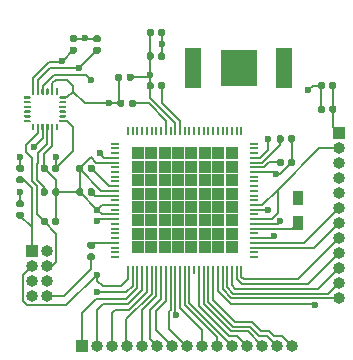
<source format=gtl>
%TF.GenerationSoftware,KiCad,Pcbnew,(5.1.6)-1*%
%TF.CreationDate,2021-01-23T06:31:54-08:00*%
%TF.ProjectId,scum3c-devboard,7363756d-3363-42d6-9465-76626f617264,rev?*%
%TF.SameCoordinates,Original*%
%TF.FileFunction,Copper,L1,Top*%
%TF.FilePolarity,Positive*%
%FSLAX46Y46*%
G04 Gerber Fmt 4.6, Leading zero omitted, Abs format (unit mm)*
G04 Created by KiCad (PCBNEW (5.1.6)-1) date 2021-01-23 06:31:54*
%MOMM*%
%LPD*%
G01*
G04 APERTURE LIST*
%TA.AperFunction,ComponentPad*%
%ADD10O,1.000000X1.000000*%
%TD*%
%TA.AperFunction,ComponentPad*%
%ADD11R,1.000000X1.000000*%
%TD*%
%TA.AperFunction,ComponentPad*%
%ADD12C,0.568750*%
%TD*%
%TA.AperFunction,SMDPad,CuDef*%
%ADD13R,1.137500X1.137500*%
%TD*%
%TA.AperFunction,SMDPad,CuDef*%
%ADD14O,0.200000X0.800000*%
%TD*%
%TA.AperFunction,SMDPad,CuDef*%
%ADD15O,0.800000X0.200000*%
%TD*%
%TA.AperFunction,SMDPad,CuDef*%
%ADD16R,0.900000X1.200000*%
%TD*%
%TA.AperFunction,SMDPad,CuDef*%
%ADD17R,1.350000X3.500000*%
%TD*%
%TA.AperFunction,SMDPad,CuDef*%
%ADD18R,3.170000X3.170000*%
%TD*%
%TA.AperFunction,ViaPad*%
%ADD19C,0.600000*%
%TD*%
%TA.AperFunction,Conductor*%
%ADD20C,0.200000*%
%TD*%
G04 APERTURE END LIST*
%TO.P,C25,1*%
%TO.N,Net-(C25-Pad1)*%
%TA.AperFunction,SMDPad,CuDef*%
G36*
G01*
X90235000Y-92672500D02*
X90235000Y-92327500D01*
G75*
G02*
X90382500Y-92180000I147500J0D01*
G01*
X90677500Y-92180000D01*
G75*
G02*
X90825000Y-92327500I0J-147500D01*
G01*
X90825000Y-92672500D01*
G75*
G02*
X90677500Y-92820000I-147500J0D01*
G01*
X90382500Y-92820000D01*
G75*
G02*
X90235000Y-92672500I0J147500D01*
G01*
G37*
%TD.AperFunction*%
%TO.P,C25,2*%
%TO.N,GND*%
%TA.AperFunction,SMDPad,CuDef*%
G36*
G01*
X91205000Y-92672500D02*
X91205000Y-92327500D01*
G75*
G02*
X91352500Y-92180000I147500J0D01*
G01*
X91647500Y-92180000D01*
G75*
G02*
X91795000Y-92327500I0J-147500D01*
G01*
X91795000Y-92672500D01*
G75*
G02*
X91647500Y-92820000I-147500J0D01*
G01*
X91352500Y-92820000D01*
G75*
G02*
X91205000Y-92672500I0J147500D01*
G01*
G37*
%TD.AperFunction*%
%TD*%
%TO.P,C26,1*%
%TO.N,/IMU_VDD*%
%TA.AperFunction,SMDPad,CuDef*%
G36*
G01*
X91795000Y-90327500D02*
X91795000Y-90672500D01*
G75*
G02*
X91647500Y-90820000I-147500J0D01*
G01*
X91352500Y-90820000D01*
G75*
G02*
X91205000Y-90672500I0J147500D01*
G01*
X91205000Y-90327500D01*
G75*
G02*
X91352500Y-90180000I147500J0D01*
G01*
X91647500Y-90180000D01*
G75*
G02*
X91795000Y-90327500I0J-147500D01*
G01*
G37*
%TD.AperFunction*%
%TO.P,C26,2*%
%TO.N,GND*%
%TA.AperFunction,SMDPad,CuDef*%
G36*
G01*
X90825000Y-90327500D02*
X90825000Y-90672500D01*
G75*
G02*
X90677500Y-90820000I-147500J0D01*
G01*
X90382500Y-90820000D01*
G75*
G02*
X90235000Y-90672500I0J147500D01*
G01*
X90235000Y-90327500D01*
G75*
G02*
X90382500Y-90180000I147500J0D01*
G01*
X90677500Y-90180000D01*
G75*
G02*
X90825000Y-90327500I0J-147500D01*
G01*
G37*
%TD.AperFunction*%
%TD*%
%TO.P,U9AB1,24*%
%TO.N,/GPIO13*%
%TA.AperFunction,SMDPad,CuDef*%
G36*
G01*
X89650000Y-84275000D02*
X89550000Y-84275000D01*
G75*
G02*
X89500000Y-84225000I0J50000D01*
G01*
X89500000Y-83775000D01*
G75*
G02*
X89550000Y-83725000I50000J0D01*
G01*
X89650000Y-83725000D01*
G75*
G02*
X89700000Y-83775000I0J-50000D01*
G01*
X89700000Y-84225000D01*
G75*
G02*
X89650000Y-84275000I-50000J0D01*
G01*
G37*
%TD.AperFunction*%
%TO.P,U9AB1,23*%
%TO.N,/GPIO14*%
%TA.AperFunction,SMDPad,CuDef*%
G36*
G01*
X90050000Y-84275000D02*
X89950000Y-84275000D01*
G75*
G02*
X89900000Y-84225000I0J50000D01*
G01*
X89900000Y-83775000D01*
G75*
G02*
X89950000Y-83725000I50000J0D01*
G01*
X90050000Y-83725000D01*
G75*
G02*
X90100000Y-83775000I0J-50000D01*
G01*
X90100000Y-84225000D01*
G75*
G02*
X90050000Y-84275000I-50000J0D01*
G01*
G37*
%TD.AperFunction*%
%TO.P,U9AB1,22*%
%TO.N,/GPIO15*%
%TA.AperFunction,SMDPad,CuDef*%
G36*
G01*
X90450000Y-84275000D02*
X90350000Y-84275000D01*
G75*
G02*
X90300000Y-84225000I0J50000D01*
G01*
X90300000Y-83775000D01*
G75*
G02*
X90350000Y-83725000I50000J0D01*
G01*
X90450000Y-83725000D01*
G75*
G02*
X90500000Y-83775000I0J-50000D01*
G01*
X90500000Y-84225000D01*
G75*
G02*
X90450000Y-84275000I-50000J0D01*
G01*
G37*
%TD.AperFunction*%
%TO.P,U9AB1,21*%
%TO.N,N/C*%
%TA.AperFunction,SMDPad,CuDef*%
G36*
G01*
X90850000Y-84275000D02*
X90750000Y-84275000D01*
G75*
G02*
X90700000Y-84225000I0J50000D01*
G01*
X90700000Y-83775000D01*
G75*
G02*
X90750000Y-83725000I50000J0D01*
G01*
X90850000Y-83725000D01*
G75*
G02*
X90900000Y-83775000I0J-50000D01*
G01*
X90900000Y-84225000D01*
G75*
G02*
X90850000Y-84275000I-50000J0D01*
G01*
G37*
%TD.AperFunction*%
%TO.P,U9AB1,20*%
%TO.N,GND*%
%TA.AperFunction,SMDPad,CuDef*%
G36*
G01*
X91250000Y-84275000D02*
X91150000Y-84275000D01*
G75*
G02*
X91100000Y-84225000I0J50000D01*
G01*
X91100000Y-83775000D01*
G75*
G02*
X91150000Y-83725000I50000J0D01*
G01*
X91250000Y-83725000D01*
G75*
G02*
X91300000Y-83775000I0J-50000D01*
G01*
X91300000Y-84225000D01*
G75*
G02*
X91250000Y-84275000I-50000J0D01*
G01*
G37*
%TD.AperFunction*%
%TO.P,U9AB1,19*%
%TO.N,N/C*%
%TA.AperFunction,SMDPad,CuDef*%
G36*
G01*
X91650000Y-84275000D02*
X91550000Y-84275000D01*
G75*
G02*
X91500000Y-84225000I0J50000D01*
G01*
X91500000Y-83775000D01*
G75*
G02*
X91550000Y-83725000I50000J0D01*
G01*
X91650000Y-83725000D01*
G75*
G02*
X91700000Y-83775000I0J-50000D01*
G01*
X91700000Y-84225000D01*
G75*
G02*
X91650000Y-84275000I-50000J0D01*
G01*
G37*
%TD.AperFunction*%
%TO.P,U9AB1,18*%
%TO.N,GND*%
%TA.AperFunction,SMDPad,CuDef*%
G36*
G01*
X91825000Y-84550000D02*
X91825000Y-84450000D01*
G75*
G02*
X91875000Y-84400000I50000J0D01*
G01*
X92325000Y-84400000D01*
G75*
G02*
X92375000Y-84450000I0J-50000D01*
G01*
X92375000Y-84550000D01*
G75*
G02*
X92325000Y-84600000I-50000J0D01*
G01*
X91875000Y-84600000D01*
G75*
G02*
X91825000Y-84550000I0J50000D01*
G01*
G37*
%TD.AperFunction*%
%TO.P,U9AB1,17*%
%TO.N,N/C*%
%TA.AperFunction,SMDPad,CuDef*%
G36*
G01*
X91825000Y-84950000D02*
X91825000Y-84850000D01*
G75*
G02*
X91875000Y-84800000I50000J0D01*
G01*
X92325000Y-84800000D01*
G75*
G02*
X92375000Y-84850000I0J-50000D01*
G01*
X92375000Y-84950000D01*
G75*
G02*
X92325000Y-85000000I-50000J0D01*
G01*
X91875000Y-85000000D01*
G75*
G02*
X91825000Y-84950000I0J50000D01*
G01*
G37*
%TD.AperFunction*%
%TO.P,U9AB1,16*%
%TA.AperFunction,SMDPad,CuDef*%
G36*
G01*
X91825000Y-85350000D02*
X91825000Y-85250000D01*
G75*
G02*
X91875000Y-85200000I50000J0D01*
G01*
X92325000Y-85200000D01*
G75*
G02*
X92375000Y-85250000I0J-50000D01*
G01*
X92375000Y-85350000D01*
G75*
G02*
X92325000Y-85400000I-50000J0D01*
G01*
X91875000Y-85400000D01*
G75*
G02*
X91825000Y-85350000I0J50000D01*
G01*
G37*
%TD.AperFunction*%
%TO.P,U9AB1,15*%
%TA.AperFunction,SMDPad,CuDef*%
G36*
G01*
X91825000Y-85750000D02*
X91825000Y-85650000D01*
G75*
G02*
X91875000Y-85600000I50000J0D01*
G01*
X92325000Y-85600000D01*
G75*
G02*
X92375000Y-85650000I0J-50000D01*
G01*
X92375000Y-85750000D01*
G75*
G02*
X92325000Y-85800000I-50000J0D01*
G01*
X91875000Y-85800000D01*
G75*
G02*
X91825000Y-85750000I0J50000D01*
G01*
G37*
%TD.AperFunction*%
%TO.P,U9AB1,14*%
%TA.AperFunction,SMDPad,CuDef*%
G36*
G01*
X91825000Y-86150000D02*
X91825000Y-86050000D01*
G75*
G02*
X91875000Y-86000000I50000J0D01*
G01*
X92325000Y-86000000D01*
G75*
G02*
X92375000Y-86050000I0J-50000D01*
G01*
X92375000Y-86150000D01*
G75*
G02*
X92325000Y-86200000I-50000J0D01*
G01*
X91875000Y-86200000D01*
G75*
G02*
X91825000Y-86150000I0J50000D01*
G01*
G37*
%TD.AperFunction*%
%TO.P,U9AB1,13*%
%TO.N,/IMU_VDD*%
%TA.AperFunction,SMDPad,CuDef*%
G36*
G01*
X91825000Y-86550000D02*
X91825000Y-86450000D01*
G75*
G02*
X91875000Y-86400000I50000J0D01*
G01*
X92325000Y-86400000D01*
G75*
G02*
X92375000Y-86450000I0J-50000D01*
G01*
X92375000Y-86550000D01*
G75*
G02*
X92325000Y-86600000I-50000J0D01*
G01*
X91875000Y-86600000D01*
G75*
G02*
X91825000Y-86550000I0J50000D01*
G01*
G37*
%TD.AperFunction*%
%TO.P,U9AB1,12*%
%TO.N,N/C*%
%TA.AperFunction,SMDPad,CuDef*%
G36*
G01*
X91650000Y-87275000D02*
X91550000Y-87275000D01*
G75*
G02*
X91500000Y-87225000I0J50000D01*
G01*
X91500000Y-86775000D01*
G75*
G02*
X91550000Y-86725000I50000J0D01*
G01*
X91650000Y-86725000D01*
G75*
G02*
X91700000Y-86775000I0J-50000D01*
G01*
X91700000Y-87225000D01*
G75*
G02*
X91650000Y-87275000I-50000J0D01*
G01*
G37*
%TD.AperFunction*%
%TO.P,U9AB1,11*%
%TO.N,GND*%
%TA.AperFunction,SMDPad,CuDef*%
G36*
G01*
X91250000Y-87275000D02*
X91150000Y-87275000D01*
G75*
G02*
X91100000Y-87225000I0J50000D01*
G01*
X91100000Y-86775000D01*
G75*
G02*
X91150000Y-86725000I50000J0D01*
G01*
X91250000Y-86725000D01*
G75*
G02*
X91300000Y-86775000I0J-50000D01*
G01*
X91300000Y-87225000D01*
G75*
G02*
X91250000Y-87275000I-50000J0D01*
G01*
G37*
%TD.AperFunction*%
%TO.P,U9AB1,10*%
%TO.N,Net-(C25-Pad1)*%
%TA.AperFunction,SMDPad,CuDef*%
G36*
G01*
X90850000Y-87275000D02*
X90750000Y-87275000D01*
G75*
G02*
X90700000Y-87225000I0J50000D01*
G01*
X90700000Y-86775000D01*
G75*
G02*
X90750000Y-86725000I50000J0D01*
G01*
X90850000Y-86725000D01*
G75*
G02*
X90900000Y-86775000I0J-50000D01*
G01*
X90900000Y-87225000D01*
G75*
G02*
X90850000Y-87275000I-50000J0D01*
G01*
G37*
%TD.AperFunction*%
%TO.P,U9AB1,9*%
%TO.N,/GPIO12*%
%TA.AperFunction,SMDPad,CuDef*%
G36*
G01*
X90450000Y-87275000D02*
X90350000Y-87275000D01*
G75*
G02*
X90300000Y-87225000I0J50000D01*
G01*
X90300000Y-86775000D01*
G75*
G02*
X90350000Y-86725000I50000J0D01*
G01*
X90450000Y-86725000D01*
G75*
G02*
X90500000Y-86775000I0J-50000D01*
G01*
X90500000Y-87225000D01*
G75*
G02*
X90450000Y-87275000I-50000J0D01*
G01*
G37*
%TD.AperFunction*%
%TO.P,U9AB1,8*%
%TO.N,/IMU_VDDIO*%
%TA.AperFunction,SMDPad,CuDef*%
G36*
G01*
X90050000Y-87275000D02*
X89950000Y-87275000D01*
G75*
G02*
X89900000Y-87225000I0J50000D01*
G01*
X89900000Y-86775000D01*
G75*
G02*
X89950000Y-86725000I50000J0D01*
G01*
X90050000Y-86725000D01*
G75*
G02*
X90100000Y-86775000I0J-50000D01*
G01*
X90100000Y-87225000D01*
G75*
G02*
X90050000Y-87275000I-50000J0D01*
G01*
G37*
%TD.AperFunction*%
%TO.P,U9AB1,7*%
%TO.N,N/C*%
%TA.AperFunction,SMDPad,CuDef*%
G36*
G01*
X89650000Y-87275000D02*
X89550000Y-87275000D01*
G75*
G02*
X89500000Y-87225000I0J50000D01*
G01*
X89500000Y-86775000D01*
G75*
G02*
X89550000Y-86725000I50000J0D01*
G01*
X89650000Y-86725000D01*
G75*
G02*
X89700000Y-86775000I0J-50000D01*
G01*
X89700000Y-87225000D01*
G75*
G02*
X89650000Y-87275000I-50000J0D01*
G01*
G37*
%TD.AperFunction*%
%TO.P,U9AB1,6*%
%TA.AperFunction,SMDPad,CuDef*%
G36*
G01*
X88825000Y-86550000D02*
X88825000Y-86450000D01*
G75*
G02*
X88875000Y-86400000I50000J0D01*
G01*
X89325000Y-86400000D01*
G75*
G02*
X89375000Y-86450000I0J-50000D01*
G01*
X89375000Y-86550000D01*
G75*
G02*
X89325000Y-86600000I-50000J0D01*
G01*
X88875000Y-86600000D01*
G75*
G02*
X88825000Y-86550000I0J50000D01*
G01*
G37*
%TD.AperFunction*%
%TO.P,U9AB1,5*%
%TA.AperFunction,SMDPad,CuDef*%
G36*
G01*
X88825000Y-86150000D02*
X88825000Y-86050000D01*
G75*
G02*
X88875000Y-86000000I50000J0D01*
G01*
X89325000Y-86000000D01*
G75*
G02*
X89375000Y-86050000I0J-50000D01*
G01*
X89375000Y-86150000D01*
G75*
G02*
X89325000Y-86200000I-50000J0D01*
G01*
X88875000Y-86200000D01*
G75*
G02*
X88825000Y-86150000I0J50000D01*
G01*
G37*
%TD.AperFunction*%
%TO.P,U9AB1,4*%
%TA.AperFunction,SMDPad,CuDef*%
G36*
G01*
X88825000Y-85750000D02*
X88825000Y-85650000D01*
G75*
G02*
X88875000Y-85600000I50000J0D01*
G01*
X89325000Y-85600000D01*
G75*
G02*
X89375000Y-85650000I0J-50000D01*
G01*
X89375000Y-85750000D01*
G75*
G02*
X89325000Y-85800000I-50000J0D01*
G01*
X88875000Y-85800000D01*
G75*
G02*
X88825000Y-85750000I0J50000D01*
G01*
G37*
%TD.AperFunction*%
%TO.P,U9AB1,3*%
%TA.AperFunction,SMDPad,CuDef*%
G36*
G01*
X88825000Y-85350000D02*
X88825000Y-85250000D01*
G75*
G02*
X88875000Y-85200000I50000J0D01*
G01*
X89325000Y-85200000D01*
G75*
G02*
X89375000Y-85250000I0J-50000D01*
G01*
X89375000Y-85350000D01*
G75*
G02*
X89325000Y-85400000I-50000J0D01*
G01*
X88875000Y-85400000D01*
G75*
G02*
X88825000Y-85350000I0J50000D01*
G01*
G37*
%TD.AperFunction*%
%TO.P,U9AB1,2*%
%TA.AperFunction,SMDPad,CuDef*%
G36*
G01*
X88825000Y-84950000D02*
X88825000Y-84850000D01*
G75*
G02*
X88875000Y-84800000I50000J0D01*
G01*
X89325000Y-84800000D01*
G75*
G02*
X89375000Y-84850000I0J-50000D01*
G01*
X89375000Y-84950000D01*
G75*
G02*
X89325000Y-85000000I-50000J0D01*
G01*
X88875000Y-85000000D01*
G75*
G02*
X88825000Y-84950000I0J50000D01*
G01*
G37*
%TD.AperFunction*%
%TO.P,U9AB1,1*%
%TA.AperFunction,SMDPad,CuDef*%
G36*
G01*
X88825000Y-84550000D02*
X88825000Y-84450000D01*
G75*
G02*
X88875000Y-84400000I50000J0D01*
G01*
X89325000Y-84400000D01*
G75*
G02*
X89375000Y-84450000I0J-50000D01*
G01*
X89375000Y-84550000D01*
G75*
G02*
X89325000Y-84600000I-50000J0D01*
G01*
X88875000Y-84600000D01*
G75*
G02*
X88825000Y-84550000I0J50000D01*
G01*
G37*
%TD.AperFunction*%
%TD*%
D10*
%TO.P,J2,8*%
%TO.N,GND*%
X90770000Y-101310000D03*
%TO.P,J2,7*%
X89500000Y-101310000D03*
%TO.P,J2,6*%
%TO.N,/IMU*%
X90770000Y-100040000D03*
%TO.P,J2,5*%
%TO.N,GND*%
X89500000Y-100040000D03*
%TO.P,J2,4*%
%TO.N,/IMU_VDDIO*%
X90770000Y-98770000D03*
%TO.P,J2,3*%
%TO.N,+VBAT*%
X89500000Y-98770000D03*
%TO.P,J2,2*%
%TO.N,/IMU_VDD*%
X90770000Y-97500000D03*
D11*
%TO.P,J2,1*%
%TO.N,+VDDIO*%
X89500000Y-97500000D03*
%TD*%
D10*
%TO.P,JA1,15*%
%TO.N,/GPIO15*%
X111510000Y-105500000D03*
%TO.P,JA1,14*%
%TO.N,/GPIO14*%
X110240000Y-105500000D03*
%TO.P,JA1,13*%
%TO.N,/GPIO13*%
X108970000Y-105500000D03*
%TO.P,JA1,12*%
%TO.N,/GPIO12*%
X107700000Y-105500000D03*
%TO.P,JA1,11*%
%TO.N,/GPIO10*%
X106430000Y-105500000D03*
%TO.P,JA1,10*%
%TO.N,/GPIO9*%
X105160000Y-105500000D03*
%TO.P,JA1,9*%
%TO.N,/GPIO8*%
X103890000Y-105500000D03*
%TO.P,JA1,8*%
%TO.N,/GPIO7*%
X102620000Y-105500000D03*
%TO.P,JA1,7*%
%TO.N,/GPIO6*%
X101350000Y-105500000D03*
%TO.P,JA1,6*%
%TO.N,/GPIO5*%
X100080000Y-105500000D03*
%TO.P,JA1,5*%
%TO.N,/GPIO4*%
X98810000Y-105500000D03*
%TO.P,JA1,4*%
%TO.N,/GPIO3*%
X97540000Y-105500000D03*
%TO.P,JA1,3*%
%TO.N,/GPIO2*%
X96270000Y-105500000D03*
%TO.P,JA1,2*%
%TO.N,/GPIO1*%
X95000000Y-105500000D03*
D11*
%TO.P,JA1,1*%
%TO.N,/GPIO0*%
X93730000Y-105500000D03*
%TD*%
%TO.P,C27,1*%
%TO.N,/IMU_VDDIO*%
%TA.AperFunction,SMDPad,CuDef*%
G36*
G01*
X90235000Y-95172500D02*
X90235000Y-94827500D01*
G75*
G02*
X90382500Y-94680000I147500J0D01*
G01*
X90677500Y-94680000D01*
G75*
G02*
X90825000Y-94827500I0J-147500D01*
G01*
X90825000Y-95172500D01*
G75*
G02*
X90677500Y-95320000I-147500J0D01*
G01*
X90382500Y-95320000D01*
G75*
G02*
X90235000Y-95172500I0J147500D01*
G01*
G37*
%TD.AperFunction*%
%TO.P,C27,2*%
%TO.N,GND*%
%TA.AperFunction,SMDPad,CuDef*%
G36*
G01*
X91205000Y-95172500D02*
X91205000Y-94827500D01*
G75*
G02*
X91352500Y-94680000I147500J0D01*
G01*
X91647500Y-94680000D01*
G75*
G02*
X91795000Y-94827500I0J-147500D01*
G01*
X91795000Y-95172500D01*
G75*
G02*
X91647500Y-95320000I-147500J0D01*
G01*
X91352500Y-95320000D01*
G75*
G02*
X91205000Y-95172500I0J147500D01*
G01*
G37*
%TD.AperFunction*%
%TD*%
%TO.P,R2,2*%
%TO.N,/GPIO14*%
%TA.AperFunction,SMDPad,CuDef*%
G36*
G01*
X94827500Y-80190000D02*
X95172500Y-80190000D01*
G75*
G02*
X95320000Y-80337500I0J-147500D01*
G01*
X95320000Y-80632500D01*
G75*
G02*
X95172500Y-80780000I-147500J0D01*
G01*
X94827500Y-80780000D01*
G75*
G02*
X94680000Y-80632500I0J147500D01*
G01*
X94680000Y-80337500D01*
G75*
G02*
X94827500Y-80190000I147500J0D01*
G01*
G37*
%TD.AperFunction*%
%TO.P,R2,1*%
%TO.N,/IMU*%
%TA.AperFunction,SMDPad,CuDef*%
G36*
G01*
X94827500Y-79220000D02*
X95172500Y-79220000D01*
G75*
G02*
X95320000Y-79367500I0J-147500D01*
G01*
X95320000Y-79662500D01*
G75*
G02*
X95172500Y-79810000I-147500J0D01*
G01*
X94827500Y-79810000D01*
G75*
G02*
X94680000Y-79662500I0J147500D01*
G01*
X94680000Y-79367500D01*
G75*
G02*
X94827500Y-79220000I147500J0D01*
G01*
G37*
%TD.AperFunction*%
%TD*%
%TO.P,R1,2*%
%TO.N,/IMU*%
%TA.AperFunction,SMDPad,CuDef*%
G36*
G01*
X93172500Y-79810000D02*
X92827500Y-79810000D01*
G75*
G02*
X92680000Y-79662500I0J147500D01*
G01*
X92680000Y-79367500D01*
G75*
G02*
X92827500Y-79220000I147500J0D01*
G01*
X93172500Y-79220000D01*
G75*
G02*
X93320000Y-79367500I0J-147500D01*
G01*
X93320000Y-79662500D01*
G75*
G02*
X93172500Y-79810000I-147500J0D01*
G01*
G37*
%TD.AperFunction*%
%TO.P,R1,1*%
%TO.N,/GPIO13*%
%TA.AperFunction,SMDPad,CuDef*%
G36*
G01*
X93172500Y-80780000D02*
X92827500Y-80780000D01*
G75*
G02*
X92680000Y-80632500I0J147500D01*
G01*
X92680000Y-80337500D01*
G75*
G02*
X92827500Y-80190000I147500J0D01*
G01*
X93172500Y-80190000D01*
G75*
G02*
X93320000Y-80337500I0J-147500D01*
G01*
X93320000Y-80632500D01*
G75*
G02*
X93172500Y-80780000I-147500J0D01*
G01*
G37*
%TD.AperFunction*%
%TD*%
D10*
%TO.P,JB1,12*%
%TO.N,/RsTx*%
X115500000Y-101470000D03*
%TO.P,JB1,11*%
%TO.N,/RsRx*%
X115500000Y-100200000D03*
%TO.P,JB1,10*%
%TO.N,/3WB_CLK*%
X115500000Y-98930000D03*
%TO.P,JB1,9*%
%TO.N,/3WB_ENB*%
X115500000Y-97660000D03*
%TO.P,JB1,8*%
%TO.N,/3WB_DATA*%
X115500000Y-96390000D03*
%TO.P,JB1,7*%
%TO.N,/SENSOR_LDO_OUTPUT*%
X115500000Y-95120000D03*
%TO.P,JB1,6*%
%TO.N,/SENSOR_EXT_IN*%
X115500000Y-93850000D03*
%TO.P,JB1,5*%
%TO.N,/BOOT_SOURCE_SEL*%
X115500000Y-92580000D03*
%TO.P,JB1,4*%
%TO.N,+VDDD*%
X115500000Y-91310000D03*
%TO.P,JB1,3*%
%TO.N,+VDDIO*%
X115500000Y-90040000D03*
%TO.P,JB1,2*%
%TO.N,+VBAT*%
X115500000Y-88770000D03*
D11*
%TO.P,JB1,1*%
%TO.N,GND*%
X115500000Y-87500000D03*
%TD*%
%TO.P,R13,2*%
%TO.N,GND*%
%TA.AperFunction,SMDPad,CuDef*%
G36*
G01*
X111190000Y-88172500D02*
X111190000Y-87827500D01*
G75*
G02*
X111337500Y-87680000I147500J0D01*
G01*
X111632500Y-87680000D01*
G75*
G02*
X111780000Y-87827500I0J-147500D01*
G01*
X111780000Y-88172500D01*
G75*
G02*
X111632500Y-88320000I-147500J0D01*
G01*
X111337500Y-88320000D01*
G75*
G02*
X111190000Y-88172500I0J147500D01*
G01*
G37*
%TD.AperFunction*%
%TO.P,R13,1*%
%TO.N,Net-(R13-Pad1)*%
%TA.AperFunction,SMDPad,CuDef*%
G36*
G01*
X110220000Y-88172500D02*
X110220000Y-87827500D01*
G75*
G02*
X110367500Y-87680000I147500J0D01*
G01*
X110662500Y-87680000D01*
G75*
G02*
X110810000Y-87827500I0J-147500D01*
G01*
X110810000Y-88172500D01*
G75*
G02*
X110662500Y-88320000I-147500J0D01*
G01*
X110367500Y-88320000D01*
G75*
G02*
X110220000Y-88172500I0J147500D01*
G01*
G37*
%TD.AperFunction*%
%TD*%
%TO.P,C24,1*%
%TO.N,+VDDAO*%
%TA.AperFunction,SMDPad,CuDef*%
G36*
G01*
X98295000Y-84827500D02*
X98295000Y-85172500D01*
G75*
G02*
X98147500Y-85320000I-147500J0D01*
G01*
X97852500Y-85320000D01*
G75*
G02*
X97705000Y-85172500I0J147500D01*
G01*
X97705000Y-84827500D01*
G75*
G02*
X97852500Y-84680000I147500J0D01*
G01*
X98147500Y-84680000D01*
G75*
G02*
X98295000Y-84827500I0J-147500D01*
G01*
G37*
%TD.AperFunction*%
%TO.P,C24,2*%
%TO.N,GND*%
%TA.AperFunction,SMDPad,CuDef*%
G36*
G01*
X97325000Y-84827500D02*
X97325000Y-85172500D01*
G75*
G02*
X97177500Y-85320000I-147500J0D01*
G01*
X96882500Y-85320000D01*
G75*
G02*
X96735000Y-85172500I0J147500D01*
G01*
X96735000Y-84827500D01*
G75*
G02*
X96882500Y-84680000I147500J0D01*
G01*
X97177500Y-84680000D01*
G75*
G02*
X97325000Y-84827500I0J-147500D01*
G01*
G37*
%TD.AperFunction*%
%TD*%
D12*
%TO.P,U8,101*%
%TO.N,GND*%
X106412500Y-97187500D03*
X106412500Y-96050000D03*
X106412500Y-94912500D03*
X106412500Y-93775000D03*
X106412500Y-92637500D03*
X106412500Y-91500000D03*
X106412500Y-90362500D03*
X106412500Y-89225000D03*
X105275000Y-97187500D03*
X105275000Y-96050000D03*
X105275000Y-94912500D03*
X105275000Y-93775000D03*
X105275000Y-92637500D03*
X105275000Y-91500000D03*
X105275000Y-90362500D03*
X105275000Y-89225000D03*
X104137500Y-97187500D03*
X104137500Y-96050000D03*
X104137500Y-94912500D03*
X104137500Y-93775000D03*
X104137500Y-92637500D03*
X104137500Y-91500000D03*
X104137500Y-90362500D03*
X104137500Y-89225000D03*
X103000000Y-97187500D03*
X103000000Y-96050000D03*
X103000000Y-94912500D03*
X103000000Y-93775000D03*
X103000000Y-92637500D03*
X103000000Y-91500000D03*
X103000000Y-90362500D03*
X103000000Y-89225000D03*
X101862500Y-97187500D03*
X101862500Y-96050000D03*
X101862500Y-94912500D03*
X101862500Y-93775000D03*
X101862500Y-92637500D03*
X101862500Y-91500000D03*
X101862500Y-90362500D03*
X101862500Y-89225000D03*
X100725000Y-97187500D03*
X100725000Y-96050000D03*
X100725000Y-94912500D03*
X100725000Y-93775000D03*
X100725000Y-92637500D03*
X100725000Y-91500000D03*
X100725000Y-90362500D03*
X100725000Y-89225000D03*
X99587500Y-97187500D03*
X99587500Y-96050000D03*
X99587500Y-94912500D03*
X99587500Y-93775000D03*
X99587500Y-92637500D03*
X99587500Y-91500000D03*
X99587500Y-90362500D03*
X99587500Y-89225000D03*
X98450000Y-97187500D03*
X98450000Y-96050000D03*
X98450000Y-94912500D03*
X98450000Y-93775000D03*
X98450000Y-92637500D03*
X98450000Y-91500000D03*
X98450000Y-90362500D03*
X98450000Y-89225000D03*
D13*
X106412500Y-97187500D03*
X106412500Y-96050000D03*
X106412500Y-94912500D03*
X106412500Y-93775000D03*
X106412500Y-92637500D03*
X106412500Y-91500000D03*
X106412500Y-90362500D03*
X106412500Y-89225000D03*
X105275000Y-97187500D03*
X105275000Y-96050000D03*
X105275000Y-94912500D03*
X105275000Y-93775000D03*
X105275000Y-92637500D03*
X105275000Y-91500000D03*
X105275000Y-90362500D03*
X105275000Y-89225000D03*
X104137500Y-97187500D03*
X104137500Y-96050000D03*
X104137500Y-94912500D03*
X104137500Y-93775000D03*
X104137500Y-92637500D03*
X104137500Y-91500000D03*
X104137500Y-90362500D03*
X104137500Y-89225000D03*
X103000000Y-97187500D03*
X103000000Y-96050000D03*
X103000000Y-94912500D03*
X103000000Y-93775000D03*
X103000000Y-92637500D03*
X103000000Y-91500000D03*
X103000000Y-90362500D03*
X103000000Y-89225000D03*
X101862500Y-97187500D03*
X101862500Y-96050000D03*
X101862500Y-94912500D03*
X101862500Y-93775000D03*
X101862500Y-92637500D03*
X101862500Y-91500000D03*
X101862500Y-90362500D03*
X101862500Y-89225000D03*
X100725000Y-97187500D03*
X100725000Y-96050000D03*
X100725000Y-94912500D03*
X100725000Y-93775000D03*
X100725000Y-92637500D03*
X100725000Y-91500000D03*
X100725000Y-90362500D03*
X100725000Y-89225000D03*
X99587500Y-97187500D03*
X99587500Y-96050000D03*
X99587500Y-94912500D03*
X99587500Y-93775000D03*
X99587500Y-92637500D03*
X99587500Y-91500000D03*
X99587500Y-90362500D03*
X99587500Y-89225000D03*
X98450000Y-97187500D03*
X98450000Y-96050000D03*
X98450000Y-94912500D03*
X98450000Y-93775000D03*
X98450000Y-92637500D03*
X98450000Y-91500000D03*
X98450000Y-90362500D03*
X98450000Y-89225000D03*
D14*
%TO.P,U8,100*%
%TO.N,N/C*%
X97631250Y-87306250D03*
%TO.P,U8,99*%
X98031250Y-87306250D03*
%TO.P,U8,98*%
X98431250Y-87306250D03*
%TO.P,U8,97*%
X98831250Y-87306250D03*
%TO.P,U8,96*%
X99231250Y-87306250D03*
%TO.P,U8,95*%
X99631250Y-87306250D03*
%TO.P,U8,94*%
X100031250Y-87306250D03*
%TO.P,U8,93*%
X100431250Y-87306250D03*
%TO.P,U8,92*%
%TO.N,+VDDAO*%
X100831250Y-87306250D03*
%TO.P,U8,91*%
%TO.N,N/C*%
X101231250Y-87306250D03*
%TO.P,U8,90*%
%TO.N,+VDDD*%
X101631250Y-87306250D03*
%TO.P,U8,89*%
%TO.N,Net-(R12-Pad2)*%
X102031250Y-87306250D03*
%TO.P,U8,88*%
%TO.N,N/C*%
X102431250Y-87306250D03*
%TO.P,U8,87*%
X102831250Y-87306250D03*
%TO.P,U8,86*%
X103231250Y-87306250D03*
%TO.P,U8,85*%
X103631250Y-87306250D03*
%TO.P,U8,84*%
X104031250Y-87306250D03*
%TO.P,U8,83*%
X104431250Y-87306250D03*
%TO.P,U8,82*%
X104831250Y-87306250D03*
%TO.P,U8,81*%
X105231250Y-87306250D03*
%TO.P,U8,80*%
X105631250Y-87306250D03*
%TO.P,U8,79*%
X106031250Y-87306250D03*
%TO.P,U8,78*%
X106431250Y-87306250D03*
%TO.P,U8,77*%
X106831250Y-87306250D03*
%TO.P,U8,76*%
X107231250Y-87306250D03*
D15*
%TO.P,U8,75*%
X108331250Y-88406250D03*
%TO.P,U8,74*%
X108331250Y-88806250D03*
%TO.P,U8,73*%
X108331250Y-89206250D03*
%TO.P,U8,72*%
%TO.N,+VDDD*%
X108331250Y-89606250D03*
%TO.P,U8,71*%
%TO.N,Net-(R13-Pad1)*%
X108331250Y-90006250D03*
%TO.P,U8,70*%
%TO.N,/scumsheet/AUX_LDO_OUTPUT*%
X108331250Y-90406250D03*
%TO.P,U8,69*%
%TO.N,GND*%
X108331250Y-90806250D03*
%TO.P,U8,68*%
%TO.N,N/C*%
X108331250Y-91206250D03*
%TO.P,U8,67*%
X108331250Y-91606250D03*
%TO.P,U8,66*%
X108331250Y-92006250D03*
%TO.P,U8,65*%
X108331250Y-92406250D03*
%TO.P,U8,64*%
X108331250Y-92806250D03*
%TO.P,U8,63*%
X108331250Y-93206250D03*
%TO.P,U8,62*%
%TO.N,+VBAT*%
X108331250Y-93606250D03*
%TO.P,U8,61*%
%TO.N,/BOOT_SOURCE_SEL*%
X108331250Y-94006250D03*
%TO.P,U8,60*%
%TO.N,N/C*%
X108331250Y-94406250D03*
%TO.P,U8,59*%
%TO.N,+VBAT*%
X108331250Y-94806250D03*
%TO.P,U8,58*%
%TO.N,GND*%
X108331250Y-95206250D03*
%TO.P,U8,57*%
%TO.N,Net-(LED1-Pad2)*%
X108331250Y-95606250D03*
%TO.P,U8,56*%
%TO.N,N/C*%
X108331250Y-96006250D03*
%TO.P,U8,55*%
%TO.N,GND*%
X108331250Y-96406250D03*
%TO.P,U8,54*%
%TO.N,/SENSOR_EXT_IN*%
X108331250Y-96806250D03*
%TO.P,U8,53*%
%TO.N,/SENSOR_LDO_OUTPUT*%
X108331250Y-97206250D03*
%TO.P,U8,52*%
%TO.N,N/C*%
X108331250Y-97606250D03*
%TO.P,U8,51*%
X108331250Y-98006250D03*
D14*
%TO.P,U8,50*%
%TO.N,/3WB_DATA*%
X107231250Y-99106250D03*
%TO.P,U8,49*%
%TO.N,/3WB_ENB*%
X106831250Y-99106250D03*
%TO.P,U8,48*%
%TO.N,/3WB_CLK*%
X106431250Y-99106250D03*
%TO.P,U8,47*%
%TO.N,/RsRx*%
X106031250Y-99106250D03*
%TO.P,U8,46*%
%TO.N,/RsTx*%
X105631250Y-99106250D03*
%TO.P,U8,45*%
%TO.N,GND*%
X105231250Y-99106250D03*
%TO.P,U8,44*%
%TO.N,/GPIO15*%
X104831250Y-99106250D03*
%TO.P,U8,43*%
%TO.N,/GPIO14*%
X104431250Y-99106250D03*
%TO.P,U8,42*%
%TO.N,/GPIO13*%
X104031250Y-99106250D03*
%TO.P,U8,41*%
%TO.N,/GPIO12*%
X103631250Y-99106250D03*
%TO.P,U8,40*%
%TO.N,N/C*%
X103231250Y-99106250D03*
%TO.P,U8,39*%
%TO.N,/GPIO10*%
X102831250Y-99106250D03*
%TO.P,U8,38*%
%TO.N,/GPIO9*%
X102431250Y-99106250D03*
%TO.P,U8,37*%
%TO.N,/GPIO8*%
X102031250Y-99106250D03*
%TO.P,U8,36*%
%TO.N,+VDDIO*%
X101631250Y-99106250D03*
%TO.P,U8,35*%
%TO.N,/GPIO7*%
X101231250Y-99106250D03*
%TO.P,U8,34*%
%TO.N,/GPIO6*%
X100831250Y-99106250D03*
%TO.P,U8,33*%
%TO.N,/GPIO5*%
X100431250Y-99106250D03*
%TO.P,U8,32*%
%TO.N,/GPIO4*%
X100031250Y-99106250D03*
%TO.P,U8,31*%
%TO.N,/GPIO3*%
X99631250Y-99106250D03*
%TO.P,U8,30*%
%TO.N,/GPIO2*%
X99231250Y-99106250D03*
%TO.P,U8,29*%
%TO.N,/GPIO1*%
X98831250Y-99106250D03*
%TO.P,U8,28*%
%TO.N,/GPIO0*%
X98431250Y-99106250D03*
%TO.P,U8,27*%
%TO.N,GND*%
X98031250Y-99106250D03*
%TO.P,U8,26*%
%TO.N,+VBAT*%
X97631250Y-99106250D03*
D15*
%TO.P,U8,25*%
%TO.N,N/C*%
X96531250Y-98006250D03*
%TO.P,U8,24*%
X96531250Y-97606250D03*
%TO.P,U8,23*%
X96531250Y-97206250D03*
%TO.P,U8,22*%
%TO.N,Net-(C22-Pad1)*%
X96531250Y-96806250D03*
%TO.P,U8,21*%
%TO.N,N/C*%
X96531250Y-96406250D03*
%TO.P,U8,20*%
X96531250Y-96006250D03*
%TO.P,U8,19*%
X96531250Y-95606250D03*
%TO.P,U8,18*%
X96531250Y-95206250D03*
%TO.P,U8,17*%
%TO.N,+VBAT*%
X96531250Y-94806250D03*
%TO.P,U8,16*%
%TO.N,GND*%
X96531250Y-94406250D03*
%TO.P,U8,15*%
%TO.N,N/C*%
X96531250Y-94006250D03*
%TO.P,U8,14*%
%TO.N,GND*%
X96531250Y-93606250D03*
%TO.P,U8,13*%
%TO.N,N/C*%
X96531250Y-93206250D03*
%TO.P,U8,12*%
%TO.N,Net-(R14-Pad1)*%
X96531250Y-92806250D03*
%TO.P,U8,11*%
%TO.N,GND*%
X96531250Y-92406250D03*
%TO.P,U8,10*%
%TO.N,+VDD25*%
X96531250Y-92006250D03*
%TO.P,U8,9*%
%TO.N,N/C*%
X96531250Y-91606250D03*
%TO.P,U8,8*%
X96531250Y-91206250D03*
%TO.P,U8,7*%
X96531250Y-90806250D03*
%TO.P,U8,6*%
X96531250Y-90406250D03*
%TO.P,U8,5*%
%TO.N,GND*%
X96531250Y-90006250D03*
%TO.P,U8,4*%
%TO.N,+VBAT*%
X96531250Y-89606250D03*
%TO.P,U8,3*%
%TO.N,N/C*%
X96531250Y-89206250D03*
%TO.P,U8,2*%
X96531250Y-88806250D03*
%TO.P,U8,1*%
X96531250Y-88406250D03*
%TD*%
D16*
%TO.P,LED1,1*%
%TO.N,GND*%
X112000000Y-93000000D03*
%TO.P,LED1,2*%
%TO.N,Net-(LED1-Pad2)*%
X112000000Y-95100000D03*
%TD*%
D17*
%TO.P,BT1,3*%
%TO.N,N/C*%
X110850000Y-82000000D03*
D18*
%TO.P,BT1,2*%
%TO.N,GND*%
X107000000Y-82000000D03*
D17*
%TO.P,BT1,1*%
%TO.N,+VBAT*%
X103150000Y-82000000D03*
%TD*%
%TO.P,R14,2*%
%TO.N,GND*%
%TA.AperFunction,SMDPad,CuDef*%
G36*
G01*
X93825000Y-92327500D02*
X93825000Y-92672500D01*
G75*
G02*
X93677500Y-92820000I-147500J0D01*
G01*
X93382500Y-92820000D01*
G75*
G02*
X93235000Y-92672500I0J147500D01*
G01*
X93235000Y-92327500D01*
G75*
G02*
X93382500Y-92180000I147500J0D01*
G01*
X93677500Y-92180000D01*
G75*
G02*
X93825000Y-92327500I0J-147500D01*
G01*
G37*
%TD.AperFunction*%
%TO.P,R14,1*%
%TO.N,Net-(R14-Pad1)*%
%TA.AperFunction,SMDPad,CuDef*%
G36*
G01*
X94795000Y-92327500D02*
X94795000Y-92672500D01*
G75*
G02*
X94647500Y-92820000I-147500J0D01*
G01*
X94352500Y-92820000D01*
G75*
G02*
X94205000Y-92672500I0J147500D01*
G01*
X94205000Y-92327500D01*
G75*
G02*
X94352500Y-92180000I147500J0D01*
G01*
X94647500Y-92180000D01*
G75*
G02*
X94795000Y-92327500I0J-147500D01*
G01*
G37*
%TD.AperFunction*%
%TD*%
%TO.P,R12,2*%
%TO.N,Net-(R12-Pad2)*%
%TA.AperFunction,SMDPad,CuDef*%
G36*
G01*
X100175000Y-83672500D02*
X100175000Y-83327500D01*
G75*
G02*
X100322500Y-83180000I147500J0D01*
G01*
X100617500Y-83180000D01*
G75*
G02*
X100765000Y-83327500I0J-147500D01*
G01*
X100765000Y-83672500D01*
G75*
G02*
X100617500Y-83820000I-147500J0D01*
G01*
X100322500Y-83820000D01*
G75*
G02*
X100175000Y-83672500I0J147500D01*
G01*
G37*
%TD.AperFunction*%
%TO.P,R12,1*%
%TO.N,+VDDD*%
%TA.AperFunction,SMDPad,CuDef*%
G36*
G01*
X99205000Y-83672500D02*
X99205000Y-83327500D01*
G75*
G02*
X99352500Y-83180000I147500J0D01*
G01*
X99647500Y-83180000D01*
G75*
G02*
X99795000Y-83327500I0J-147500D01*
G01*
X99795000Y-83672500D01*
G75*
G02*
X99647500Y-83820000I-147500J0D01*
G01*
X99352500Y-83820000D01*
G75*
G02*
X99205000Y-83672500I0J147500D01*
G01*
G37*
%TD.AperFunction*%
%TD*%
%TO.P,C13,1*%
%TO.N,+VDDD*%
%TA.AperFunction,SMDPad,CuDef*%
G36*
G01*
X98095000Y-82627500D02*
X98095000Y-82972500D01*
G75*
G02*
X97947500Y-83120000I-147500J0D01*
G01*
X97652500Y-83120000D01*
G75*
G02*
X97505000Y-82972500I0J147500D01*
G01*
X97505000Y-82627500D01*
G75*
G02*
X97652500Y-82480000I147500J0D01*
G01*
X97947500Y-82480000D01*
G75*
G02*
X98095000Y-82627500I0J-147500D01*
G01*
G37*
%TD.AperFunction*%
%TO.P,C13,2*%
%TO.N,GND*%
%TA.AperFunction,SMDPad,CuDef*%
G36*
G01*
X97125000Y-82627500D02*
X97125000Y-82972500D01*
G75*
G02*
X96977500Y-83120000I-147500J0D01*
G01*
X96682500Y-83120000D01*
G75*
G02*
X96535000Y-82972500I0J147500D01*
G01*
X96535000Y-82627500D01*
G75*
G02*
X96682500Y-82480000I147500J0D01*
G01*
X96977500Y-82480000D01*
G75*
G02*
X97125000Y-82627500I0J-147500D01*
G01*
G37*
%TD.AperFunction*%
%TD*%
%TO.P,C14,1*%
%TO.N,+VBAT*%
%TA.AperFunction,SMDPad,CuDef*%
G36*
G01*
X113705000Y-85672500D02*
X113705000Y-85327500D01*
G75*
G02*
X113852500Y-85180000I147500J0D01*
G01*
X114147500Y-85180000D01*
G75*
G02*
X114295000Y-85327500I0J-147500D01*
G01*
X114295000Y-85672500D01*
G75*
G02*
X114147500Y-85820000I-147500J0D01*
G01*
X113852500Y-85820000D01*
G75*
G02*
X113705000Y-85672500I0J147500D01*
G01*
G37*
%TD.AperFunction*%
%TO.P,C14,2*%
%TO.N,GND*%
%TA.AperFunction,SMDPad,CuDef*%
G36*
G01*
X114675000Y-85672500D02*
X114675000Y-85327500D01*
G75*
G02*
X114822500Y-85180000I147500J0D01*
G01*
X115117500Y-85180000D01*
G75*
G02*
X115265000Y-85327500I0J-147500D01*
G01*
X115265000Y-85672500D01*
G75*
G02*
X115117500Y-85820000I-147500J0D01*
G01*
X114822500Y-85820000D01*
G75*
G02*
X114675000Y-85672500I0J147500D01*
G01*
G37*
%TD.AperFunction*%
%TD*%
%TO.P,C15,1*%
%TO.N,+VBAT*%
%TA.AperFunction,SMDPad,CuDef*%
G36*
G01*
X113705000Y-83672500D02*
X113705000Y-83327500D01*
G75*
G02*
X113852500Y-83180000I147500J0D01*
G01*
X114147500Y-83180000D01*
G75*
G02*
X114295000Y-83327500I0J-147500D01*
G01*
X114295000Y-83672500D01*
G75*
G02*
X114147500Y-83820000I-147500J0D01*
G01*
X113852500Y-83820000D01*
G75*
G02*
X113705000Y-83672500I0J147500D01*
G01*
G37*
%TD.AperFunction*%
%TO.P,C15,2*%
%TO.N,GND*%
%TA.AperFunction,SMDPad,CuDef*%
G36*
G01*
X114675000Y-83672500D02*
X114675000Y-83327500D01*
G75*
G02*
X114822500Y-83180000I147500J0D01*
G01*
X115117500Y-83180000D01*
G75*
G02*
X115265000Y-83327500I0J-147500D01*
G01*
X115265000Y-83672500D01*
G75*
G02*
X115117500Y-83820000I-147500J0D01*
G01*
X114822500Y-83820000D01*
G75*
G02*
X114675000Y-83672500I0J147500D01*
G01*
G37*
%TD.AperFunction*%
%TD*%
%TO.P,C16,2*%
%TO.N,GND*%
%TA.AperFunction,SMDPad,CuDef*%
G36*
G01*
X88672500Y-90795000D02*
X88327500Y-90795000D01*
G75*
G02*
X88180000Y-90647500I0J147500D01*
G01*
X88180000Y-90352500D01*
G75*
G02*
X88327500Y-90205000I147500J0D01*
G01*
X88672500Y-90205000D01*
G75*
G02*
X88820000Y-90352500I0J-147500D01*
G01*
X88820000Y-90647500D01*
G75*
G02*
X88672500Y-90795000I-147500J0D01*
G01*
G37*
%TD.AperFunction*%
%TO.P,C16,1*%
%TO.N,+VDDIO*%
%TA.AperFunction,SMDPad,CuDef*%
G36*
G01*
X88672500Y-91765000D02*
X88327500Y-91765000D01*
G75*
G02*
X88180000Y-91617500I0J147500D01*
G01*
X88180000Y-91322500D01*
G75*
G02*
X88327500Y-91175000I147500J0D01*
G01*
X88672500Y-91175000D01*
G75*
G02*
X88820000Y-91322500I0J-147500D01*
G01*
X88820000Y-91617500D01*
G75*
G02*
X88672500Y-91765000I-147500J0D01*
G01*
G37*
%TD.AperFunction*%
%TD*%
%TO.P,C17,1*%
%TO.N,+VDDIO*%
%TA.AperFunction,SMDPad,CuDef*%
G36*
G01*
X88672500Y-94765000D02*
X88327500Y-94765000D01*
G75*
G02*
X88180000Y-94617500I0J147500D01*
G01*
X88180000Y-94322500D01*
G75*
G02*
X88327500Y-94175000I147500J0D01*
G01*
X88672500Y-94175000D01*
G75*
G02*
X88820000Y-94322500I0J-147500D01*
G01*
X88820000Y-94617500D01*
G75*
G02*
X88672500Y-94765000I-147500J0D01*
G01*
G37*
%TD.AperFunction*%
%TO.P,C17,2*%
%TO.N,GND*%
%TA.AperFunction,SMDPad,CuDef*%
G36*
G01*
X88672500Y-93795000D02*
X88327500Y-93795000D01*
G75*
G02*
X88180000Y-93647500I0J147500D01*
G01*
X88180000Y-93352500D01*
G75*
G02*
X88327500Y-93205000I147500J0D01*
G01*
X88672500Y-93205000D01*
G75*
G02*
X88820000Y-93352500I0J-147500D01*
G01*
X88820000Y-93647500D01*
G75*
G02*
X88672500Y-93795000I-147500J0D01*
G01*
G37*
%TD.AperFunction*%
%TD*%
%TO.P,C18,2*%
%TO.N,+VDDD*%
%TA.AperFunction,SMDPad,CuDef*%
G36*
G01*
X99810000Y-78827500D02*
X99810000Y-79172500D01*
G75*
G02*
X99662500Y-79320000I-147500J0D01*
G01*
X99367500Y-79320000D01*
G75*
G02*
X99220000Y-79172500I0J147500D01*
G01*
X99220000Y-78827500D01*
G75*
G02*
X99367500Y-78680000I147500J0D01*
G01*
X99662500Y-78680000D01*
G75*
G02*
X99810000Y-78827500I0J-147500D01*
G01*
G37*
%TD.AperFunction*%
%TO.P,C18,1*%
%TO.N,GND*%
%TA.AperFunction,SMDPad,CuDef*%
G36*
G01*
X100780000Y-78827500D02*
X100780000Y-79172500D01*
G75*
G02*
X100632500Y-79320000I-147500J0D01*
G01*
X100337500Y-79320000D01*
G75*
G02*
X100190000Y-79172500I0J147500D01*
G01*
X100190000Y-78827500D01*
G75*
G02*
X100337500Y-78680000I147500J0D01*
G01*
X100632500Y-78680000D01*
G75*
G02*
X100780000Y-78827500I0J-147500D01*
G01*
G37*
%TD.AperFunction*%
%TD*%
%TO.P,C19,1*%
%TO.N,GND*%
%TA.AperFunction,SMDPad,CuDef*%
G36*
G01*
X100765000Y-80827500D02*
X100765000Y-81172500D01*
G75*
G02*
X100617500Y-81320000I-147500J0D01*
G01*
X100322500Y-81320000D01*
G75*
G02*
X100175000Y-81172500I0J147500D01*
G01*
X100175000Y-80827500D01*
G75*
G02*
X100322500Y-80680000I147500J0D01*
G01*
X100617500Y-80680000D01*
G75*
G02*
X100765000Y-80827500I0J-147500D01*
G01*
G37*
%TD.AperFunction*%
%TO.P,C19,2*%
%TO.N,+VDDD*%
%TA.AperFunction,SMDPad,CuDef*%
G36*
G01*
X99795000Y-80827500D02*
X99795000Y-81172500D01*
G75*
G02*
X99647500Y-81320000I-147500J0D01*
G01*
X99352500Y-81320000D01*
G75*
G02*
X99205000Y-81172500I0J147500D01*
G01*
X99205000Y-80827500D01*
G75*
G02*
X99352500Y-80680000I147500J0D01*
G01*
X99647500Y-80680000D01*
G75*
G02*
X99795000Y-80827500I0J-147500D01*
G01*
G37*
%TD.AperFunction*%
%TD*%
%TO.P,C20,2*%
%TO.N,/scumsheet/AUX_LDO_OUTPUT*%
%TA.AperFunction,SMDPad,CuDef*%
G36*
G01*
X110825000Y-89827500D02*
X110825000Y-90172500D01*
G75*
G02*
X110677500Y-90320000I-147500J0D01*
G01*
X110382500Y-90320000D01*
G75*
G02*
X110235000Y-90172500I0J147500D01*
G01*
X110235000Y-89827500D01*
G75*
G02*
X110382500Y-89680000I147500J0D01*
G01*
X110677500Y-89680000D01*
G75*
G02*
X110825000Y-89827500I0J-147500D01*
G01*
G37*
%TD.AperFunction*%
%TO.P,C20,1*%
%TO.N,GND*%
%TA.AperFunction,SMDPad,CuDef*%
G36*
G01*
X111795000Y-89827500D02*
X111795000Y-90172500D01*
G75*
G02*
X111647500Y-90320000I-147500J0D01*
G01*
X111352500Y-90320000D01*
G75*
G02*
X111205000Y-90172500I0J147500D01*
G01*
X111205000Y-89827500D01*
G75*
G02*
X111352500Y-89680000I147500J0D01*
G01*
X111647500Y-89680000D01*
G75*
G02*
X111795000Y-89827500I0J-147500D01*
G01*
G37*
%TD.AperFunction*%
%TD*%
%TO.P,C21,1*%
%TO.N,+VDD25*%
%TA.AperFunction,SMDPad,CuDef*%
G36*
G01*
X94795000Y-90327500D02*
X94795000Y-90672500D01*
G75*
G02*
X94647500Y-90820000I-147500J0D01*
G01*
X94352500Y-90820000D01*
G75*
G02*
X94205000Y-90672500I0J147500D01*
G01*
X94205000Y-90327500D01*
G75*
G02*
X94352500Y-90180000I147500J0D01*
G01*
X94647500Y-90180000D01*
G75*
G02*
X94795000Y-90327500I0J-147500D01*
G01*
G37*
%TD.AperFunction*%
%TO.P,C21,2*%
%TO.N,GND*%
%TA.AperFunction,SMDPad,CuDef*%
G36*
G01*
X93825000Y-90327500D02*
X93825000Y-90672500D01*
G75*
G02*
X93677500Y-90820000I-147500J0D01*
G01*
X93382500Y-90820000D01*
G75*
G02*
X93235000Y-90672500I0J147500D01*
G01*
X93235000Y-90327500D01*
G75*
G02*
X93382500Y-90180000I147500J0D01*
G01*
X93677500Y-90180000D01*
G75*
G02*
X93825000Y-90327500I0J-147500D01*
G01*
G37*
%TD.AperFunction*%
%TD*%
%TO.P,C22,1*%
%TO.N,Net-(C22-Pad1)*%
%TA.AperFunction,SMDPad,CuDef*%
G36*
G01*
X94327500Y-96735000D02*
X94672500Y-96735000D01*
G75*
G02*
X94820000Y-96882500I0J-147500D01*
G01*
X94820000Y-97177500D01*
G75*
G02*
X94672500Y-97325000I-147500J0D01*
G01*
X94327500Y-97325000D01*
G75*
G02*
X94180000Y-97177500I0J147500D01*
G01*
X94180000Y-96882500D01*
G75*
G02*
X94327500Y-96735000I147500J0D01*
G01*
G37*
%TD.AperFunction*%
%TO.P,C22,2*%
%TO.N,GND*%
%TA.AperFunction,SMDPad,CuDef*%
G36*
G01*
X94327500Y-97705000D02*
X94672500Y-97705000D01*
G75*
G02*
X94820000Y-97852500I0J-147500D01*
G01*
X94820000Y-98147500D01*
G75*
G02*
X94672500Y-98295000I-147500J0D01*
G01*
X94327500Y-98295000D01*
G75*
G02*
X94180000Y-98147500I0J147500D01*
G01*
X94180000Y-97852500D01*
G75*
G02*
X94327500Y-97705000I147500J0D01*
G01*
G37*
%TD.AperFunction*%
%TD*%
D19*
%TO.N,GND*%
X110000000Y-96206250D03*
X95000000Y-94000000D03*
X107000000Y-82000000D03*
X96000000Y-85000000D03*
X110200000Y-91000000D03*
X112000000Y-93000000D03*
X110500000Y-95000000D03*
X95000000Y-101000000D03*
X113500000Y-102100000D03*
X100500000Y-80000000D03*
X88500000Y-92500000D03*
X88500000Y-89500000D03*
%TO.N,+VBAT*%
X103150000Y-82000000D03*
X112899999Y-83899999D03*
X95000000Y-95000000D03*
X95000000Y-99500000D03*
X95299999Y-89200001D03*
%TO.N,+VDDD*%
X99500000Y-82600000D03*
X109500000Y-88000000D03*
%TO.N,+VDDIO*%
X101724265Y-102875735D03*
%TO.N,/BOOT_SOURCE_SEL*%
X109500000Y-94000000D03*
%TO.N,/IMU*%
X94000000Y-79500000D03*
%TO.N,/GPIO13*%
X92000000Y-81399990D03*
%TO.N,/GPIO14*%
X93500000Y-81999990D03*
%TO.N,/GPIO15*%
X94500000Y-83000000D03*
%TO.N,/GPIO12*%
X89674265Y-88674265D03*
%TO.N,/IMU_VDD*%
X91500000Y-89500000D03*
%TD*%
D20*
%TO.N,GND*%
X108331250Y-96406250D02*
X109800000Y-96406250D01*
X109800000Y-96406250D02*
X110000000Y-96206250D01*
X96531250Y-93606250D02*
X95393750Y-93606250D01*
X95393750Y-93606250D02*
X95000000Y-94000000D01*
X95406250Y-94406250D02*
X95000000Y-94000000D01*
X96531250Y-94406250D02*
X95406250Y-94406250D01*
X114970000Y-85500000D02*
X114970000Y-83500000D01*
X97030000Y-85000000D02*
X96000000Y-85000000D01*
X114970000Y-86970000D02*
X115500000Y-87500000D01*
X114970000Y-85500000D02*
X114970000Y-86970000D01*
X111485000Y-89985000D02*
X111500000Y-90000000D01*
X111485000Y-88000000D02*
X111485000Y-89985000D01*
X108331250Y-90806250D02*
X110006250Y-90806250D01*
X110006250Y-90806250D02*
X110200000Y-91000000D01*
X110500000Y-91000000D02*
X111500000Y-90000000D01*
X110200000Y-91000000D02*
X110500000Y-91000000D01*
X108331250Y-95206250D02*
X110293750Y-95206250D01*
X110293750Y-95206250D02*
X110500000Y-95000000D01*
X98031250Y-99106250D02*
X98031250Y-99571949D01*
X98031250Y-99106250D02*
X98031250Y-100468750D01*
X98031250Y-100468750D02*
X97500000Y-101000000D01*
X97500000Y-101000000D02*
X95000000Y-101000000D01*
X105231250Y-100908946D02*
X106322304Y-102000000D01*
X105231250Y-99106250D02*
X105231250Y-100908946D01*
X106322304Y-102000000D02*
X113000000Y-102000000D01*
X113000000Y-102000000D02*
X113400000Y-102000000D01*
X113400000Y-102000000D02*
X113500000Y-102100000D01*
X100470000Y-79015000D02*
X100485000Y-79000000D01*
X100470000Y-80030000D02*
X100500000Y-80000000D01*
X100470000Y-80030000D02*
X100470000Y-79015000D01*
X100470000Y-81000000D02*
X100470000Y-80030000D01*
X91200000Y-84000000D02*
X91200000Y-83300000D01*
X91200000Y-83300000D02*
X91500000Y-83000000D01*
X91500000Y-83000000D02*
X92500000Y-83000000D01*
X92500000Y-83000000D02*
X93000000Y-83500000D01*
X92100000Y-84500000D02*
X92500000Y-84500000D01*
X92500000Y-84500000D02*
X93000000Y-84000000D01*
X93000000Y-84000000D02*
X93000000Y-83500000D01*
X94470000Y-89560000D02*
X93530000Y-90500000D01*
X93530000Y-90500000D02*
X93530000Y-92500000D01*
X94959126Y-90006250D02*
X94512876Y-89560000D01*
X94512876Y-89560000D02*
X94470000Y-89560000D01*
X96531250Y-90006250D02*
X94959126Y-90006250D01*
X94500000Y-98000000D02*
X94500000Y-99000000D01*
X92190000Y-101310000D02*
X90770000Y-101310000D01*
X94500000Y-99000000D02*
X92190000Y-101310000D01*
X94000000Y-85000000D02*
X93000000Y-84000000D01*
X96000000Y-85000000D02*
X94000000Y-85000000D01*
X88500000Y-93500000D02*
X88500000Y-92500000D01*
X88500000Y-90500000D02*
X88500000Y-89500000D01*
X93530000Y-92500000D02*
X91500000Y-92500000D01*
X91500000Y-92500000D02*
X91500000Y-95000000D01*
X91500000Y-91470000D02*
X91500000Y-92500000D01*
X90530000Y-90500000D02*
X91500000Y-91470000D01*
X90530000Y-89272230D02*
X91200010Y-88602221D01*
X90530000Y-90500000D02*
X90530000Y-89272230D01*
X91200000Y-88602211D02*
X91200010Y-88602221D01*
X91200000Y-87000000D02*
X91200000Y-88602211D01*
X96830000Y-84800000D02*
X97030000Y-85000000D01*
X96830000Y-82800000D02*
X96830000Y-84800000D01*
X93530000Y-90577124D02*
X93530000Y-90500000D01*
X95359126Y-92406250D02*
X93530000Y-90577124D01*
X96531250Y-92406250D02*
X95359126Y-92406250D01*
X93530000Y-92530000D02*
X95000000Y-94000000D01*
X93530000Y-92500000D02*
X93530000Y-92530000D01*
%TO.N,+VBAT*%
X114000000Y-83500000D02*
X114000000Y-85500000D01*
X114000000Y-83500000D02*
X113299998Y-83500000D01*
X113299998Y-83500000D02*
X112899999Y-83899999D01*
X114230000Y-88770000D02*
X115500000Y-88770000D01*
X113841998Y-88770000D02*
X114230000Y-88770000D01*
X108331250Y-93606250D02*
X109005748Y-93606250D01*
X110305999Y-94305999D02*
X110305999Y-92305999D01*
X109805748Y-94806250D02*
X110305999Y-94305999D01*
X108331250Y-94806250D02*
X109805748Y-94806250D01*
X109005748Y-93606250D02*
X110305999Y-92305999D01*
X110305999Y-92305999D02*
X113841998Y-88770000D01*
X96531250Y-94806250D02*
X95193750Y-94806250D01*
X95193750Y-94806250D02*
X95000000Y-95000000D01*
X97631250Y-99106250D02*
X97631250Y-99868750D01*
X97631250Y-99868750D02*
X97000000Y-100500000D01*
X95500000Y-100500000D02*
X95000000Y-100000000D01*
X95000000Y-100000000D02*
X95000000Y-99500000D01*
X97000000Y-100500000D02*
X95500000Y-100500000D01*
X92389999Y-102110001D02*
X89110001Y-102110001D01*
X95000000Y-99500000D02*
X92389999Y-102110001D01*
X88699999Y-99570001D02*
X89500000Y-98770000D01*
X88699999Y-101699999D02*
X88699999Y-99570001D01*
X89110001Y-102110001D02*
X88699999Y-101699999D01*
X96531250Y-89606250D02*
X95606250Y-89606250D01*
X95606250Y-89606250D02*
X95299999Y-89299999D01*
X95299999Y-89299999D02*
X95299999Y-89200001D01*
%TO.N,+VDDD*%
X101631250Y-86696948D02*
X99500000Y-84565698D01*
X101631250Y-87306250D02*
X101631250Y-86696948D01*
X99500000Y-84565698D02*
X99500000Y-83500000D01*
X99500000Y-82600000D02*
X99500000Y-83500000D01*
X108331250Y-89606250D02*
X108828052Y-89606250D01*
X108828052Y-89606250D02*
X109500000Y-88934302D01*
X109500000Y-88934302D02*
X109500000Y-88000000D01*
X99500000Y-82600000D02*
X99500000Y-81000000D01*
X99500000Y-79015000D02*
X99515000Y-79000000D01*
X99500000Y-81000000D02*
X99500000Y-79015000D01*
X99300000Y-82800000D02*
X99500000Y-82600000D01*
X97800000Y-82800000D02*
X99300000Y-82800000D01*
%TO.N,+VDDIO*%
X101631250Y-99106250D02*
X101631250Y-102782720D01*
X101631250Y-102782720D02*
X101724265Y-102875735D01*
X89499989Y-97499989D02*
X89500000Y-97500000D01*
X88820000Y-91470000D02*
X89499989Y-92149989D01*
X88500000Y-91470000D02*
X88820000Y-91470000D01*
X88500000Y-94500022D02*
X89499989Y-95500011D01*
X88500000Y-94470000D02*
X88500000Y-94500022D01*
X89499989Y-92149989D02*
X89499989Y-95500011D01*
X89499989Y-95500011D02*
X89499989Y-97499989D01*
%TO.N,/scumsheet/AUX_LDO_OUTPUT*%
X108331250Y-90406250D02*
X109159448Y-90406250D01*
X109565698Y-90000000D02*
X110530000Y-90000000D01*
X109159448Y-90406250D02*
X109565698Y-90000000D01*
%TO.N,+VDD25*%
X96006250Y-92006250D02*
X94500000Y-90500000D01*
X96531250Y-92006250D02*
X96006250Y-92006250D01*
%TO.N,Net-(C22-Pad1)*%
X94678750Y-96806250D02*
X94485000Y-97000000D01*
X96531250Y-96806250D02*
X94678750Y-96806250D01*
%TO.N,+VDDAO*%
X100831250Y-87306250D02*
X100831250Y-86462646D01*
X99368604Y-85000000D02*
X98000000Y-85000000D01*
X100831250Y-86462646D02*
X99368604Y-85000000D01*
%TO.N,Net-(C25-Pad1)*%
X90800000Y-88436532D02*
X90000000Y-89236532D01*
X90800000Y-87000000D02*
X90800000Y-88436532D01*
X90530000Y-92048604D02*
X90530000Y-92500000D01*
X89934990Y-90142134D02*
X89934990Y-91453594D01*
X90000000Y-90077124D02*
X89934990Y-90142134D01*
X89934990Y-91453594D02*
X90530000Y-92048604D01*
X90000000Y-89236532D02*
X90000000Y-90077124D01*
%TO.N,/GPIO7*%
X101231250Y-99106250D02*
X101231250Y-102480748D01*
X101124264Y-102587734D02*
X101124264Y-104124264D01*
X101231250Y-102480748D02*
X101124264Y-102587734D01*
X102500000Y-105500000D02*
X102620000Y-105500000D01*
X101124264Y-104124264D02*
X102500000Y-105500000D01*
%TO.N,/GPIO5*%
X100431250Y-99106250D02*
X100431250Y-101568750D01*
X100431250Y-101568750D02*
X99500000Y-102500000D01*
X99500000Y-104920000D02*
X100080000Y-105500000D01*
X99500000Y-102500000D02*
X99500000Y-104920000D01*
%TO.N,/GPIO3*%
X99631250Y-101131543D02*
X97500000Y-103262793D01*
X99631250Y-99106250D02*
X99631250Y-101131543D01*
X97500000Y-105460000D02*
X97540000Y-105500000D01*
X97500000Y-103262793D02*
X97500000Y-105460000D01*
%TO.N,/GPIO1*%
X98831250Y-100800146D02*
X97631386Y-102000011D01*
X98831250Y-99106250D02*
X98831250Y-100800146D01*
X97631386Y-102000011D02*
X95499989Y-102000011D01*
X95000000Y-102500000D02*
X95000000Y-105500000D01*
X95499989Y-102000011D02*
X95000000Y-102500000D01*
%TO.N,/GPIO6*%
X100831250Y-99106250D02*
X100831250Y-101734448D01*
X100831250Y-101734448D02*
X100000000Y-102565698D01*
X100000000Y-104150000D02*
X101350000Y-105500000D01*
X100000000Y-102565698D02*
X100000000Y-104150000D01*
%TO.N,/GPIO4*%
X100031250Y-99106250D02*
X100031250Y-101297241D01*
X98810000Y-102518491D02*
X98810000Y-105500000D01*
X100031250Y-101297241D02*
X98810000Y-102518491D01*
%TO.N,/GPIO2*%
X99231250Y-100965845D02*
X97697095Y-102500000D01*
X99231250Y-99106250D02*
X99231250Y-100965845D01*
X97697095Y-102500000D02*
X96500000Y-102500000D01*
X96270000Y-105500000D02*
X96270000Y-102730000D01*
X96270000Y-102730000D02*
X96500000Y-102500000D01*
%TO.N,/GPIO0*%
X98431250Y-100634448D02*
X97465697Y-101600001D01*
X98431250Y-99106250D02*
X98431250Y-100634448D01*
X97465697Y-101600001D02*
X94899999Y-101600001D01*
X93730000Y-102770000D02*
X93730000Y-105500000D01*
X94899999Y-101600001D02*
X93730000Y-102770000D01*
%TO.N,Net-(R12-Pad2)*%
X102031250Y-87306250D02*
X102031250Y-86531250D01*
X100470000Y-84970000D02*
X100470000Y-83500000D01*
X102031250Y-86531250D02*
X100470000Y-84970000D01*
%TO.N,Net-(R13-Pad1)*%
X108331250Y-90006250D02*
X108993750Y-90006250D01*
X110515000Y-88485000D02*
X110515000Y-88000000D01*
X108993750Y-90006250D02*
X110515000Y-88485000D01*
%TO.N,Net-(R14-Pad1)*%
X94806250Y-92806250D02*
X94500000Y-92500000D01*
X96531250Y-92806250D02*
X94806250Y-92806250D01*
%TO.N,/3WB_DATA*%
X107231250Y-99106250D02*
X107231250Y-99665552D01*
X107231250Y-99665552D02*
X107465658Y-99899960D01*
X111990040Y-99899960D02*
X115500000Y-96390000D01*
X107465658Y-99899960D02*
X111990040Y-99899960D01*
%TO.N,/3WB_ENB*%
X106831250Y-99831250D02*
X107299970Y-100299970D01*
X106831250Y-99106250D02*
X106831250Y-99831250D01*
X112860030Y-100299970D02*
X115500000Y-97660000D01*
X107299970Y-100299970D02*
X112860030Y-100299970D01*
%TO.N,/3WB_CLK*%
X106431250Y-99106250D02*
X106431250Y-100411852D01*
X106431250Y-100411852D02*
X106719378Y-100699980D01*
X113730020Y-100699980D02*
X115500000Y-98930000D01*
X106719378Y-100699980D02*
X113730020Y-100699980D01*
%TO.N,/RsTx*%
X105631250Y-100743248D02*
X106388002Y-101500000D01*
X105631250Y-99106250D02*
X105631250Y-100743248D01*
X115470000Y-101500000D02*
X115500000Y-101470000D01*
X106388002Y-101500000D02*
X115470000Y-101500000D01*
%TO.N,/RsRx*%
X106031250Y-99106250D02*
X106031250Y-100577550D01*
X106031250Y-100577550D02*
X106553690Y-101099990D01*
X114600010Y-101099990D02*
X115500000Y-100200000D01*
X106553690Y-101099990D02*
X114600010Y-101099990D01*
%TO.N,Net-(LED1-Pad2)*%
X111493750Y-95606250D02*
X112000000Y-95100000D01*
X108331250Y-95606250D02*
X111493750Y-95606250D01*
%TO.N,/SENSOR_LDO_OUTPUT*%
X113413750Y-97206250D02*
X115500000Y-95120000D01*
X108331250Y-97206250D02*
X113413750Y-97206250D01*
%TO.N,/SENSOR_EXT_IN*%
X112543750Y-96806250D02*
X115500000Y-93850000D01*
X108331250Y-96806250D02*
X112543750Y-96806250D01*
%TO.N,/GPIO10*%
X102831250Y-101901250D02*
X106430000Y-105500000D01*
X102831250Y-99106250D02*
X102831250Y-101901250D01*
%TO.N,/GPIO9*%
X102431250Y-99106250D02*
X102431250Y-102066948D01*
X105160000Y-104795698D02*
X105160000Y-105500000D01*
X102431250Y-102066948D02*
X105160000Y-104795698D01*
%TO.N,/GPIO8*%
X103890000Y-104153468D02*
X103890000Y-105500000D01*
X102031250Y-102294718D02*
X103890000Y-104153468D01*
X102031250Y-99106250D02*
X102031250Y-102294718D01*
%TO.N,/BOOT_SOURCE_SEL*%
X108331250Y-94006250D02*
X109493750Y-94006250D01*
X109493750Y-94006250D02*
X109500000Y-94000000D01*
%TO.N,/IMU*%
X93985000Y-79515000D02*
X94000000Y-79500000D01*
X93985000Y-79515000D02*
X95000000Y-79515000D01*
X93000000Y-79515000D02*
X93985000Y-79515000D01*
%TO.N,/GPIO13*%
X104031250Y-99106250D02*
X104031250Y-101969853D01*
X106361386Y-104299989D02*
X107769989Y-104299989D01*
X107769989Y-104299989D02*
X108970000Y-105500000D01*
X104031250Y-101969853D02*
X106361386Y-104299989D01*
X89600000Y-82834302D02*
X90934302Y-81500000D01*
X89600000Y-84000000D02*
X89600000Y-82834302D01*
X90934302Y-81500000D02*
X91899990Y-81500000D01*
X91899990Y-81500000D02*
X92000000Y-81399990D01*
X92085010Y-81399990D02*
X93000000Y-80485000D01*
X92000000Y-81399990D02*
X92085010Y-81399990D01*
%TO.N,/GPIO14*%
X104431250Y-99106250D02*
X104431250Y-101804155D01*
X107935678Y-103899979D02*
X108735697Y-104699999D01*
X104431250Y-101804155D02*
X106527074Y-103899979D01*
X106527074Y-103899979D02*
X107935678Y-103899979D01*
X109439999Y-104699999D02*
X110240000Y-105500000D01*
X108735697Y-104699999D02*
X109439999Y-104699999D01*
X90000000Y-84000000D02*
X90000000Y-83000000D01*
X90000000Y-83000000D02*
X90500000Y-82500000D01*
X90500000Y-82500000D02*
X91000010Y-81999990D01*
X91000010Y-81999990D02*
X93500000Y-81999990D01*
X95000000Y-80499990D02*
X95000000Y-80485000D01*
X93500000Y-81999990D02*
X95000000Y-80499990D01*
%TO.N,/GPIO15*%
X104831250Y-99106250D02*
X104831250Y-101638457D01*
X108101367Y-103499969D02*
X108901387Y-104299989D01*
X104831250Y-101638457D02*
X106692762Y-103499969D01*
X106692762Y-103499969D02*
X108101367Y-103499969D01*
X110709999Y-104699999D02*
X111510000Y-105500000D01*
X110005698Y-104699999D02*
X110709999Y-104699999D01*
X109605688Y-104299989D02*
X110005698Y-104699999D01*
X108901387Y-104299989D02*
X109605688Y-104299989D01*
X90400000Y-84000000D02*
X90400000Y-83534302D01*
X91334311Y-82599990D02*
X94099990Y-82599990D01*
X90400000Y-83534302D02*
X91334311Y-82599990D01*
X94099990Y-82599990D02*
X94500000Y-83000000D01*
%TO.N,/GPIO12*%
X103631250Y-102135551D02*
X106195698Y-104699999D01*
X103631250Y-99106250D02*
X103631250Y-102135551D01*
X106899999Y-104699999D02*
X107700000Y-105500000D01*
X106195698Y-104699999D02*
X106899999Y-104699999D01*
X90400000Y-87000000D02*
X90400000Y-87948530D01*
X90400000Y-87948530D02*
X89674265Y-88674265D01*
%TO.N,/IMU_VDD*%
X92100000Y-86500000D02*
X92500000Y-86500000D01*
X92500000Y-86500000D02*
X93000000Y-87000000D01*
X93000000Y-89000000D02*
X91500000Y-90500000D01*
X93000000Y-87000000D02*
X93000000Y-89000000D01*
X91500000Y-90500000D02*
X91500000Y-89500000D01*
%TO.N,/IMU_VDDIO*%
X91570001Y-96040001D02*
X91570001Y-98429999D01*
X90530000Y-95000000D02*
X91570001Y-96040001D01*
X91230000Y-98770000D02*
X90770000Y-98770000D01*
X91570001Y-98429999D02*
X91230000Y-98770000D01*
X90000000Y-87000000D02*
X90000000Y-87500000D01*
X90000000Y-87500000D02*
X89000000Y-88500000D01*
X89934990Y-94404990D02*
X90530000Y-95000000D01*
X89934990Y-92019292D02*
X89934990Y-94404990D01*
X89500000Y-91584302D02*
X89934990Y-92019292D01*
X89500000Y-89611998D02*
X89500000Y-91584302D01*
X89000000Y-89111998D02*
X89500000Y-89611998D01*
X89000000Y-88500000D02*
X89000000Y-89111998D01*
%TD*%
M02*

</source>
